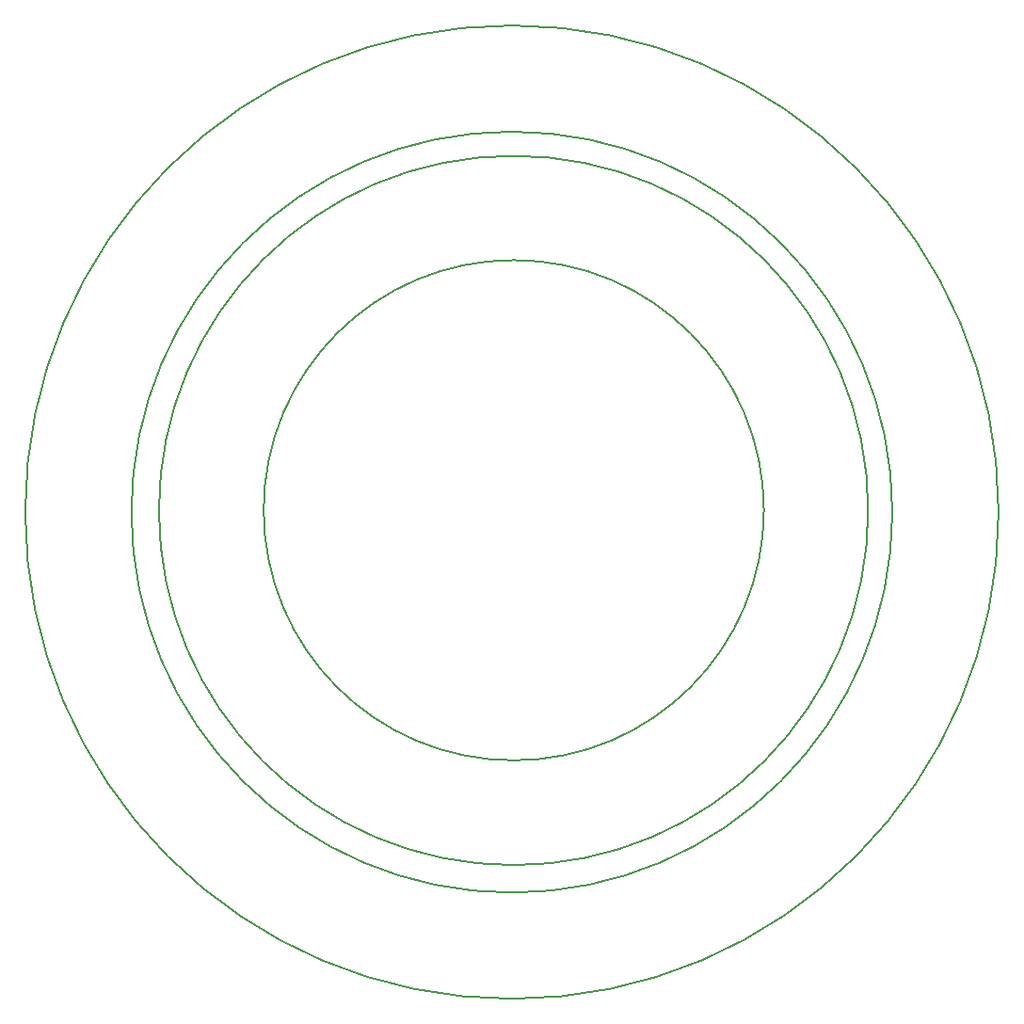
<source format=gm1>
G04 #@! TF.FileFunction,Profile,NP*
%FSLAX46Y46*%
G04 Gerber Fmt 4.6, Leading zero omitted, Abs format (unit mm)*
G04 Created by KiCad (PCBNEW 4.0.1-stable) date 1/15/2016 5:52:32 PM*
%MOMM*%
G01*
G04 APERTURE LIST*
%ADD10C,0.100000*%
%ADD11C,0.150000*%
G04 APERTURE END LIST*
D10*
D11*
X178953477Y-96000000D02*
G75*
G03X178953477Y-96000000I-34223477J0D01*
G01*
X188509306Y-96000000D02*
G75*
G03X188509306Y-96000000I-43779306J0D01*
G01*
X167398400Y-95830000D02*
G75*
G03X167398400Y-95830000I-22498400J0D01*
G01*
X176780627Y-95850000D02*
G75*
G03X176780627Y-95850000I-31900627J0D01*
G01*
M02*

</source>
